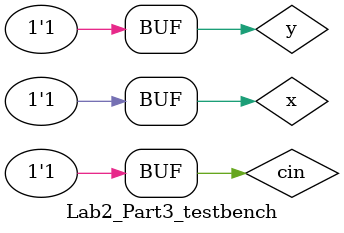
<source format=v>
`timescale 1ns / 1ps


module Lab2_Part3(sum, cout, x, y, cin);
    input x;
    input y;
    input cin;
    output cout;
    output sum;

wire e, f, g;

xor(e, x, y);
xor(sum, e, cin);
and(f, e, cin);
and(g, x, y);
or(cout, f, g);
    
endmodule

module Lab2_Part3_testbench;

wire cout, sum;
reg x, y, cin;

Lab2_Part3  dut(sum, cout, x, y, cin);

initial begin
    x = 1'b0; y = 1'b0; cin = 1'b0;
    #10;
    x = 1'b0; y = 1'b0; cin = 1'b1;
    #10;
    x = 1'b0; y = 1'b1; cin = 1'b0;
    #10;
    x = 1'b0; y = 1'b1; cin = 1'b1;
    #10;
    x = 1'b1; y = 1'b0; cin = 1'b0;
    #10;
    x = 1'b1; y = 1'b0; cin = 1'b1;
    #10;
    x = 1'b1; y = 1'b1; cin = 1'b0;
    #10;
    x = 1'b1; y = 1'b1; cin = 1'b1;
    #10;
    end
endmodule
</source>
